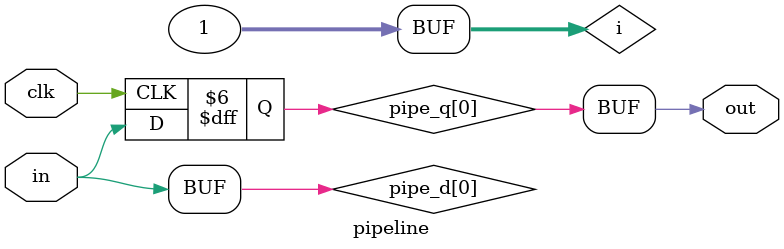
<source format=v>
module pipeline #(
	parameter LENGTH = 1,
	parameter WIDTH = 1
)(
	input clk,
	input [WIDTH-1:0] in,
	output [WIDTH-1:0] out
);

reg [WIDTH-1:0] pipe_d [LENGTH-1:0];
reg [WIDTH-1:0] pipe_q [LENGTH-1:0];

integer i;

assign out = pipe_q[LENGTH-1];

always @(*) begin
	pipe_d[0] = in;
	for (i = 1; i < LENGTH; i = i + 1) begin
		pipe_d[i] = pipe_q[i-1];
	end
end

always @(posedge clk) begin
	for (i = 0; i < LENGTH; i = i + 1) begin
		pipe_q[i] <= pipe_d[i];
	end
end

endmodule
</source>
